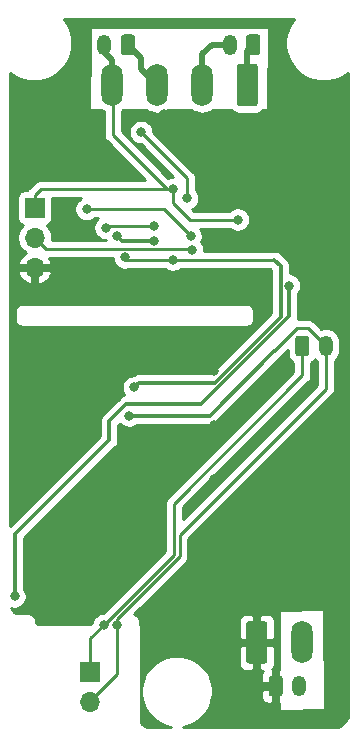
<source format=gbl>
G04 #@! TF.GenerationSoftware,KiCad,Pcbnew,5.1.9+dfsg1-1+deb11u1*
G04 #@! TF.CreationDate,2022-12-09T15:22:24+00:00*
G04 #@! TF.ProjectId,ModuleV450,4d6f6475-6c65-4563-9435-302e6b696361,rev?*
G04 #@! TF.SameCoordinates,Original*
G04 #@! TF.FileFunction,Copper,L2,Bot*
G04 #@! TF.FilePolarity,Positive*
%FSLAX46Y46*%
G04 Gerber Fmt 4.6, Leading zero omitted, Abs format (unit mm)*
G04 Created by KiCad (PCBNEW 5.1.9+dfsg1-1+deb11u1) date 2022-12-09 15:22:24*
%MOMM*%
%LPD*%
G01*
G04 APERTURE LIST*
G04 #@! TA.AperFunction,ComponentPad*
%ADD10O,1.700000X1.700000*%
G04 #@! TD*
G04 #@! TA.AperFunction,ComponentPad*
%ADD11R,1.700000X1.700000*%
G04 #@! TD*
G04 #@! TA.AperFunction,ComponentPad*
%ADD12O,1.800000X3.600000*%
G04 #@! TD*
G04 #@! TA.AperFunction,ComponentPad*
%ADD13O,1.200000X1.750000*%
G04 #@! TD*
G04 #@! TA.AperFunction,ViaPad*
%ADD14C,0.800000*%
G04 #@! TD*
G04 #@! TA.AperFunction,Conductor*
%ADD15C,0.500000*%
G04 #@! TD*
G04 #@! TA.AperFunction,Conductor*
%ADD16C,0.250000*%
G04 #@! TD*
G04 #@! TA.AperFunction,Conductor*
%ADD17C,0.300000*%
G04 #@! TD*
G04 #@! TA.AperFunction,Conductor*
%ADD18C,0.254000*%
G04 #@! TD*
G04 #@! TA.AperFunction,Conductor*
%ADD19C,0.100000*%
G04 #@! TD*
G04 APERTURE END LIST*
D10*
X104727600Y-69767600D03*
X104727600Y-67227600D03*
D11*
X104727600Y-64687600D03*
D12*
X111287600Y-54287600D03*
X115097600Y-54287600D03*
X118907600Y-54287600D03*
G04 #@! TA.AperFunction,ComponentPad*
G36*
G01*
X123617600Y-52737600D02*
X123617600Y-55837600D01*
G75*
G02*
X123367600Y-56087600I-250000J0D01*
G01*
X122067600Y-56087600D01*
G75*
G02*
X121817600Y-55837600I0J250000D01*
G01*
X121817600Y-52737600D01*
G75*
G02*
X122067600Y-52487600I250000J0D01*
G01*
X123367600Y-52487600D01*
G75*
G02*
X123617600Y-52737600I0J-250000D01*
G01*
G37*
G04 #@! TD.AperFunction*
X127327600Y-101487600D03*
G04 #@! TA.AperFunction,ComponentPad*
G36*
G01*
X122617600Y-103037600D02*
X122617600Y-99937600D01*
G75*
G02*
X122867600Y-99687600I250000J0D01*
G01*
X124167600Y-99687600D01*
G75*
G02*
X124417600Y-99937600I0J-250000D01*
G01*
X124417600Y-103037600D01*
G75*
G02*
X124167600Y-103287600I-250000J0D01*
G01*
X122867600Y-103287600D01*
G75*
G02*
X122617600Y-103037600I0J250000D01*
G01*
G37*
G04 #@! TD.AperFunction*
D10*
X109417600Y-106527600D03*
D11*
X109417600Y-103987600D03*
D13*
X121217600Y-50887600D03*
G04 #@! TA.AperFunction,ComponentPad*
G36*
G01*
X123817600Y-50262599D02*
X123817600Y-51512601D01*
G75*
G02*
X123567601Y-51762600I-249999J0D01*
G01*
X122867599Y-51762600D01*
G75*
G02*
X122617600Y-51512601I0J249999D01*
G01*
X122617600Y-50262599D01*
G75*
G02*
X122867599Y-50012600I249999J0D01*
G01*
X123567601Y-50012600D01*
G75*
G02*
X123817600Y-50262599I0J-249999D01*
G01*
G37*
G04 #@! TD.AperFunction*
X110617600Y-50887600D03*
G04 #@! TA.AperFunction,ComponentPad*
G36*
G01*
X113217600Y-50262599D02*
X113217600Y-51512601D01*
G75*
G02*
X112967601Y-51762600I-249999J0D01*
G01*
X112267599Y-51762600D01*
G75*
G02*
X112017600Y-51512601I0J249999D01*
G01*
X112017600Y-50262599D01*
G75*
G02*
X112267599Y-50012600I249999J0D01*
G01*
X112967601Y-50012600D01*
G75*
G02*
X113217600Y-50262599I0J-249999D01*
G01*
G37*
G04 #@! TD.AperFunction*
X127117600Y-105187600D03*
G04 #@! TA.AperFunction,ComponentPad*
G36*
G01*
X124517600Y-105812601D02*
X124517600Y-104562599D01*
G75*
G02*
X124767599Y-104312600I249999J0D01*
G01*
X125467601Y-104312600D01*
G75*
G02*
X125717600Y-104562599I0J-249999D01*
G01*
X125717600Y-105812601D01*
G75*
G02*
X125467601Y-106062600I-249999J0D01*
G01*
X124767599Y-106062600D01*
G75*
G02*
X124517600Y-105812601I0J249999D01*
G01*
G37*
G04 #@! TD.AperFunction*
X129367600Y-76387600D03*
G04 #@! TA.AperFunction,ComponentPad*
G36*
G01*
X126767600Y-77012601D02*
X126767600Y-75762599D01*
G75*
G02*
X127017599Y-75512600I249999J0D01*
G01*
X127717601Y-75512600D01*
G75*
G02*
X127967600Y-75762599I0J-249999D01*
G01*
X127967600Y-77012601D01*
G75*
G02*
X127717601Y-77262600I-249999J0D01*
G01*
X127017599Y-77262600D01*
G75*
G02*
X126767600Y-77012601I0J249999D01*
G01*
G37*
G04 #@! TD.AperFunction*
D14*
X107492600Y-56712600D03*
X116742600Y-101487600D03*
X115762600Y-101487600D03*
X123817600Y-73887600D03*
X129357600Y-72627600D03*
X126892600Y-87987600D03*
X125867600Y-87987600D03*
X127917600Y-87987600D03*
X108817600Y-92712600D03*
X109917600Y-92712600D03*
X111017600Y-92712600D03*
X114367600Y-92712600D03*
X112167600Y-92712600D03*
X113267600Y-92712600D03*
X114782600Y-101487600D03*
X115762600Y-100212600D03*
X116742600Y-100212600D03*
X114782600Y-100212600D03*
X107487600Y-57627600D03*
X105162600Y-62022600D03*
X129387600Y-73817600D03*
X112857600Y-70387600D03*
X124317600Y-72887600D03*
X125917600Y-67987600D03*
X121417600Y-72387600D03*
X103417600Y-72387600D03*
X104517600Y-72387600D03*
X110257600Y-58677600D03*
X109307600Y-58677600D03*
X106337600Y-62022600D03*
X115637600Y-56747600D03*
X117637600Y-56747600D03*
X127337600Y-64347600D03*
X129337600Y-64347600D03*
X108307600Y-98242600D03*
X109407600Y-98242600D03*
X110557600Y-98242600D03*
X106217600Y-76087600D03*
X106217600Y-77237600D03*
X106217600Y-78387600D03*
X106217600Y-79537600D03*
X106217600Y-80687600D03*
X106217600Y-81837600D03*
X106217600Y-82987600D03*
X106217600Y-84137600D03*
X106217600Y-85287600D03*
X106217600Y-86437600D03*
X106217600Y-87587600D03*
X119917600Y-78487600D03*
X119917600Y-76187600D03*
X119917600Y-77337600D03*
X119917600Y-84237600D03*
X119917600Y-83087600D03*
X119917600Y-87687600D03*
X112717600Y-86437600D03*
X112717600Y-85287600D03*
X112717600Y-87587600D03*
X112717600Y-75987600D03*
X112717600Y-78287600D03*
X112717600Y-77137600D03*
X124217600Y-79287600D03*
X124217600Y-80437600D03*
X124217600Y-83687600D03*
X114367600Y-90312600D03*
X113267600Y-90312600D03*
X108817600Y-90312600D03*
X111017600Y-90312600D03*
X112167600Y-90312600D03*
X109917600Y-90312600D03*
X129387600Y-70817600D03*
X129357600Y-69627600D03*
X107117600Y-65087600D03*
X121617600Y-62087600D03*
X126892600Y-86887600D03*
X125867600Y-86887600D03*
X127917600Y-86887600D03*
X121417600Y-59087600D03*
X121917600Y-65687600D03*
X116417600Y-63087600D03*
X112717600Y-82287600D03*
X111667458Y-100037742D03*
X113717592Y-58287600D03*
X117617600Y-63887600D03*
X103017600Y-97597600D03*
X126242599Y-71287600D03*
X114822600Y-66227600D03*
X110717598Y-66387600D03*
X114822600Y-67497600D03*
X111717600Y-67087600D03*
X110551837Y-100021837D03*
X118017600Y-68287600D03*
X113130114Y-79887600D03*
X116417598Y-69087600D03*
X112342590Y-68887600D03*
X109105100Y-64797600D03*
X117917600Y-67087600D03*
D15*
X110617600Y-51487600D02*
X110617600Y-50887600D01*
X111287600Y-54287600D02*
X111287600Y-52157600D01*
X111287600Y-52157600D02*
X110617600Y-51487600D01*
D16*
X117851917Y-65687600D02*
X121917600Y-65687600D01*
X116417602Y-64253285D02*
X117851917Y-65687600D01*
X116417602Y-63687600D02*
X116417602Y-64253285D01*
X116417602Y-63107589D02*
X116417602Y-63687600D01*
X105207611Y-63107589D02*
X116417602Y-63107589D01*
X104727600Y-63587600D02*
X105207611Y-63107589D01*
X104727600Y-64687600D02*
X104727600Y-63587600D01*
X116417602Y-63087602D02*
X116417602Y-63687600D01*
X115907600Y-63087600D02*
X116417600Y-63087600D01*
X111317600Y-58497600D02*
X115907600Y-63087600D01*
X111317600Y-54317600D02*
X111317600Y-58497600D01*
X116417600Y-63087600D02*
X116417602Y-63087602D01*
X111287600Y-54287600D02*
X111317600Y-54317600D01*
D15*
X113717600Y-52907600D02*
X115097600Y-54287600D01*
X112617600Y-50887600D02*
X113717600Y-51987600D01*
X113717600Y-51987600D02*
X113717600Y-52907600D01*
D17*
X119517600Y-82287600D02*
X112717600Y-82287600D01*
X125017600Y-76787600D02*
X119517600Y-82287600D01*
D16*
X127867600Y-74887600D02*
X129367600Y-76387600D01*
X126917600Y-74887600D02*
X127867600Y-74887600D01*
X125017600Y-76787600D02*
X126917600Y-74887600D01*
X109417600Y-106447600D02*
X109417600Y-106527600D01*
X116977600Y-94161773D02*
X111667458Y-99471915D01*
X116977600Y-92402600D02*
X116977600Y-94161773D01*
X111667458Y-104197742D02*
X109417600Y-106447600D01*
X129367600Y-76387600D02*
X129367600Y-80012600D01*
X111667458Y-99471915D02*
X111667458Y-100037742D01*
X129367600Y-80012600D02*
X116977600Y-92402600D01*
X111667458Y-100037742D02*
X111667458Y-104197742D01*
X117617600Y-62187608D02*
X117617600Y-63887600D01*
X113717592Y-58287600D02*
X117617600Y-62187608D01*
D17*
X126242599Y-73878266D02*
X126242599Y-71287600D01*
X103017600Y-92351596D02*
X111017600Y-84351596D01*
X118833267Y-81287598D02*
X126242599Y-73878266D01*
X112481598Y-81287598D02*
X118833267Y-81287598D01*
X111017600Y-84351596D02*
X111017600Y-82751596D01*
X111017600Y-82751596D02*
X112481598Y-81287598D01*
X103017600Y-97597600D02*
X103017600Y-92351596D01*
D16*
X114822600Y-66227600D02*
X110877598Y-66227600D01*
X110877598Y-66227600D02*
X110717598Y-66387600D01*
D17*
X112127600Y-67497600D02*
X111717600Y-67087600D01*
X114822600Y-67497600D02*
X112127600Y-67497600D01*
D16*
X116517589Y-89737611D02*
X127367600Y-78887600D01*
X109417600Y-103987600D02*
X109417600Y-101156073D01*
X109417600Y-101156073D02*
X110551837Y-100021837D01*
X116517589Y-94056084D02*
X116517589Y-89737611D01*
X127367600Y-78887600D02*
X127367600Y-76787600D01*
X110551837Y-100021837D02*
X116517589Y-94056084D01*
X105687600Y-68187600D02*
X117917600Y-68187600D01*
X104727600Y-67227600D02*
X105687600Y-68187600D01*
X117917600Y-68187600D02*
X118017600Y-68287600D01*
X116417598Y-69087600D02*
X112542590Y-69087600D01*
X112542590Y-69087600D02*
X112342590Y-68887600D01*
D17*
X125542589Y-73923601D02*
X125542589Y-69612589D01*
X125542589Y-69612589D02*
X125017600Y-69087600D01*
X113530113Y-79487601D02*
X119978589Y-79487601D01*
X113130114Y-79887600D02*
X113530113Y-79487601D01*
X119978589Y-79487601D02*
X125542589Y-73923601D01*
D16*
X125017600Y-69087600D02*
X116417598Y-69087600D01*
X109105100Y-64797600D02*
X115627600Y-64797600D01*
X115627600Y-64797600D02*
X117917600Y-67087600D01*
D15*
X118907600Y-51697600D02*
X118907600Y-54287600D01*
X119717600Y-50887600D02*
X118907600Y-51697600D01*
X121217600Y-50887600D02*
X119717600Y-50887600D01*
X122717600Y-51387600D02*
X123217600Y-50887600D01*
X122717600Y-54287600D02*
X122717600Y-51387600D01*
D18*
X126307870Y-49209042D02*
X126064612Y-49796319D01*
X125940600Y-50419768D01*
X125940600Y-51055432D01*
X126064612Y-51678881D01*
X126307870Y-52266158D01*
X126661025Y-52794693D01*
X127110507Y-53244175D01*
X127639042Y-53597330D01*
X128226319Y-53840588D01*
X128849768Y-53964600D01*
X129485432Y-53964600D01*
X130108881Y-53840588D01*
X130696158Y-53597330D01*
X131224693Y-53244175D01*
X131230994Y-53237874D01*
X131207616Y-107802710D01*
X131189214Y-107990384D01*
X131182317Y-108013228D01*
X130592568Y-108602928D01*
X130575767Y-108608129D01*
X130390508Y-108627600D01*
X117241744Y-108627600D01*
X117640543Y-108548274D01*
X118191422Y-108320092D01*
X118687200Y-107988824D01*
X119108824Y-107567200D01*
X119440092Y-107071422D01*
X119668274Y-106520543D01*
X119759364Y-106062600D01*
X123879528Y-106062600D01*
X123891788Y-106187082D01*
X123928098Y-106306780D01*
X123987063Y-106417094D01*
X124066415Y-106513785D01*
X124163106Y-106593137D01*
X124273420Y-106652102D01*
X124393118Y-106688412D01*
X124517600Y-106700672D01*
X124735850Y-106697600D01*
X124894600Y-106538850D01*
X124894600Y-105410600D01*
X124041350Y-105410600D01*
X123882600Y-105569350D01*
X123879528Y-106062600D01*
X119759364Y-106062600D01*
X119784600Y-105935733D01*
X119784600Y-105339467D01*
X119668274Y-104754657D01*
X119440092Y-104203778D01*
X119108824Y-103708000D01*
X118688424Y-103287600D01*
X121979528Y-103287600D01*
X121991788Y-103412082D01*
X122028098Y-103531780D01*
X122087063Y-103642094D01*
X122166415Y-103738785D01*
X122263106Y-103818137D01*
X122373420Y-103877102D01*
X122493118Y-103913412D01*
X122617600Y-103925672D01*
X123135850Y-103922600D01*
X123294600Y-103763850D01*
X123294600Y-101710600D01*
X123740600Y-101710600D01*
X123740600Y-103763850D01*
X123899350Y-103922600D01*
X124015636Y-103923289D01*
X123987063Y-103958106D01*
X123928098Y-104068420D01*
X123891788Y-104188118D01*
X123879528Y-104312600D01*
X123882600Y-104805850D01*
X124041350Y-104964600D01*
X124894600Y-104964600D01*
X124894600Y-103836350D01*
X125340600Y-103836350D01*
X125340600Y-104964600D01*
X125360600Y-104964600D01*
X125360600Y-105410600D01*
X125340600Y-105410600D01*
X125340600Y-106538850D01*
X125402271Y-106600521D01*
X125403989Y-107132241D01*
X125406742Y-107158135D01*
X125414261Y-107181869D01*
X125426266Y-107203680D01*
X125442295Y-107222729D01*
X125461732Y-107238286D01*
X125483831Y-107249752D01*
X125507743Y-107256686D01*
X125532547Y-107258821D01*
X129134913Y-107214590D01*
X129158563Y-107212073D01*
X129182362Y-107204763D01*
X129204278Y-107192951D01*
X129223468Y-107177090D01*
X129239195Y-107157790D01*
X129250855Y-107135793D01*
X129257999Y-107111943D01*
X129260353Y-107087158D01*
X129231628Y-98825040D01*
X129229064Y-98800087D01*
X129221719Y-98776299D01*
X129209874Y-98754401D01*
X129193984Y-98735234D01*
X129174661Y-98719536D01*
X129152646Y-98707909D01*
X129128786Y-98700801D01*
X129103998Y-98698484D01*
X125503581Y-98716371D01*
X125479033Y-98718890D01*
X125455232Y-98726194D01*
X125433314Y-98738001D01*
X125414120Y-98753857D01*
X125398388Y-98773153D01*
X125386723Y-98795148D01*
X125379573Y-98818995D01*
X125377213Y-98843779D01*
X125393172Y-103783778D01*
X125340600Y-103836350D01*
X124894600Y-103836350D01*
X124829377Y-103771127D01*
X124868785Y-103738785D01*
X124948137Y-103642094D01*
X125007102Y-103531780D01*
X125043412Y-103412082D01*
X125055672Y-103287600D01*
X125052600Y-101869350D01*
X124893850Y-101710600D01*
X123740600Y-101710600D01*
X123294600Y-101710600D01*
X122141350Y-101710600D01*
X121982600Y-101869350D01*
X121979528Y-103287600D01*
X118688424Y-103287600D01*
X118687200Y-103286376D01*
X118191422Y-102955108D01*
X117640543Y-102726926D01*
X117055733Y-102610600D01*
X116459467Y-102610600D01*
X115874657Y-102726926D01*
X115323778Y-102955108D01*
X114828000Y-103286376D01*
X114406376Y-103708000D01*
X114075108Y-104203778D01*
X113846926Y-104754657D01*
X113730600Y-105339467D01*
X113730600Y-105935733D01*
X113846926Y-106520543D01*
X114075108Y-107071422D01*
X114406376Y-107567200D01*
X114828000Y-107988824D01*
X115323778Y-108320092D01*
X115874657Y-108548274D01*
X116273456Y-108627600D01*
X114412329Y-108627600D01*
X114224816Y-108609214D01*
X114077852Y-108564843D01*
X113942303Y-108492771D01*
X113823342Y-108395748D01*
X113725482Y-108277456D01*
X113674600Y-108183352D01*
X113674600Y-100031246D01*
X113672160Y-100006470D01*
X113664933Y-99982645D01*
X113653197Y-99960689D01*
X113637403Y-99941443D01*
X113618157Y-99925649D01*
X113602268Y-99917156D01*
X113602535Y-99773137D01*
X113606035Y-99737600D01*
X113601111Y-99687600D01*
X121979528Y-99687600D01*
X121982600Y-101105850D01*
X122141350Y-101264600D01*
X123294600Y-101264600D01*
X123294600Y-99211350D01*
X123740600Y-99211350D01*
X123740600Y-101264600D01*
X124893850Y-101264600D01*
X125052600Y-101105850D01*
X125055672Y-99687600D01*
X125043412Y-99563118D01*
X125007102Y-99443420D01*
X124948137Y-99333106D01*
X124868785Y-99236415D01*
X124772094Y-99157063D01*
X124661780Y-99098098D01*
X124542082Y-99061788D01*
X124417600Y-99049528D01*
X123899350Y-99052600D01*
X123740600Y-99211350D01*
X123294600Y-99211350D01*
X123135850Y-99052600D01*
X122617600Y-99049528D01*
X122493118Y-99061788D01*
X122373420Y-99098098D01*
X122263106Y-99157063D01*
X122166415Y-99236415D01*
X122087063Y-99333106D01*
X122028098Y-99443420D01*
X121991788Y-99563118D01*
X121979528Y-99687600D01*
X113601111Y-99687600D01*
X113599222Y-99668422D01*
X113592583Y-99599712D01*
X113592392Y-99599079D01*
X113592327Y-99598416D01*
X113572053Y-99531581D01*
X113552232Y-99465801D01*
X113551921Y-99465217D01*
X113551728Y-99464580D01*
X113518866Y-99403100D01*
X113486532Y-99342337D01*
X113486116Y-99341828D01*
X113485800Y-99341237D01*
X113441602Y-99287381D01*
X113398008Y-99234060D01*
X113397497Y-99233639D01*
X113397075Y-99233125D01*
X113343385Y-99189062D01*
X113290060Y-99145135D01*
X113289478Y-99144822D01*
X113288963Y-99144400D01*
X113227707Y-99111658D01*
X113166840Y-99078979D01*
X113166207Y-99078786D01*
X113165620Y-99078472D01*
X113142665Y-99071509D01*
X117488603Y-94725572D01*
X117517601Y-94701774D01*
X117612574Y-94586049D01*
X117683146Y-94454020D01*
X117726603Y-94310759D01*
X117737600Y-94199106D01*
X117737600Y-94199096D01*
X117741276Y-94161773D01*
X117737600Y-94124450D01*
X117737600Y-92717401D01*
X129878603Y-80576399D01*
X129907601Y-80552601D01*
X129939316Y-80513956D01*
X130002574Y-80436877D01*
X130073146Y-80304847D01*
X130081776Y-80276398D01*
X130116603Y-80161586D01*
X130127600Y-80049933D01*
X130127600Y-80049924D01*
X130131276Y-80012601D01*
X130127600Y-79975278D01*
X130127600Y-77636533D01*
X130245102Y-77540102D01*
X130399433Y-77352049D01*
X130514111Y-77137500D01*
X130584730Y-76904701D01*
X130602600Y-76723264D01*
X130602600Y-76051935D01*
X130584730Y-75870498D01*
X130514111Y-75637699D01*
X130399433Y-75423151D01*
X130245102Y-75235098D01*
X130057048Y-75080767D01*
X129842500Y-74966089D01*
X129609701Y-74895470D01*
X129367600Y-74871625D01*
X129125498Y-74895470D01*
X128991054Y-74936253D01*
X128431404Y-74376603D01*
X128407601Y-74347599D01*
X128291876Y-74252626D01*
X128159847Y-74182054D01*
X128016586Y-74138597D01*
X127904933Y-74127600D01*
X127904922Y-74127600D01*
X127867600Y-74123924D01*
X127830278Y-74127600D01*
X126987287Y-74127600D01*
X127016241Y-74032153D01*
X127024005Y-73953317D01*
X127027599Y-73916827D01*
X127027599Y-73916822D01*
X127031396Y-73878266D01*
X127027599Y-73839710D01*
X127027599Y-71966311D01*
X127046536Y-71947374D01*
X127159804Y-71777856D01*
X127237825Y-71589498D01*
X127277599Y-71389539D01*
X127277599Y-71185661D01*
X127237825Y-70985702D01*
X127159804Y-70797344D01*
X127046536Y-70627826D01*
X126902373Y-70483663D01*
X126732855Y-70370395D01*
X126544497Y-70292374D01*
X126344538Y-70252600D01*
X126327589Y-70252600D01*
X126327589Y-69651145D01*
X126331386Y-69612589D01*
X126327589Y-69574033D01*
X126327589Y-69574028D01*
X126322842Y-69525832D01*
X126316231Y-69458702D01*
X126271343Y-69310729D01*
X126198451Y-69174356D01*
X126100353Y-69054825D01*
X126070394Y-69030238D01*
X125545412Y-68505255D01*
X125455832Y-68431739D01*
X125319459Y-68358846D01*
X125171486Y-68313959D01*
X125017600Y-68298803D01*
X124863714Y-68313959D01*
X124818746Y-68327600D01*
X119052600Y-68327600D01*
X119052600Y-68185661D01*
X119012826Y-67985702D01*
X118934805Y-67797344D01*
X118821537Y-67627826D01*
X118809475Y-67615764D01*
X118834805Y-67577856D01*
X118912826Y-67389498D01*
X118952600Y-67189539D01*
X118952600Y-66985661D01*
X118912826Y-66785702D01*
X118834805Y-66597344D01*
X118734750Y-66447600D01*
X121213889Y-66447600D01*
X121257826Y-66491537D01*
X121427344Y-66604805D01*
X121615702Y-66682826D01*
X121815661Y-66722600D01*
X122019539Y-66722600D01*
X122219498Y-66682826D01*
X122407856Y-66604805D01*
X122577374Y-66491537D01*
X122721537Y-66347374D01*
X122834805Y-66177856D01*
X122912826Y-65989498D01*
X122952600Y-65789539D01*
X122952600Y-65585661D01*
X122912826Y-65385702D01*
X122834805Y-65197344D01*
X122721537Y-65027826D01*
X122577374Y-64883663D01*
X122407856Y-64770395D01*
X122219498Y-64692374D01*
X122019539Y-64652600D01*
X121815661Y-64652600D01*
X121615702Y-64692374D01*
X121427344Y-64770395D01*
X121257826Y-64883663D01*
X121213889Y-64927600D01*
X118166719Y-64927600D01*
X118062649Y-64823530D01*
X118107856Y-64804805D01*
X118277374Y-64691537D01*
X118421537Y-64547374D01*
X118534805Y-64377856D01*
X118612826Y-64189498D01*
X118652600Y-63989539D01*
X118652600Y-63785661D01*
X118612826Y-63585702D01*
X118534805Y-63397344D01*
X118421537Y-63227826D01*
X118377600Y-63183889D01*
X118377600Y-62224930D01*
X118381276Y-62187607D01*
X118377600Y-62150284D01*
X118377600Y-62150275D01*
X118366603Y-62038622D01*
X118323146Y-61895361D01*
X118252574Y-61763332D01*
X118157601Y-61647607D01*
X118128604Y-61623810D01*
X114752592Y-58247799D01*
X114752592Y-58185661D01*
X114712818Y-57985702D01*
X114634797Y-57797344D01*
X114521529Y-57627826D01*
X114377366Y-57483663D01*
X114207848Y-57370395D01*
X114019490Y-57292374D01*
X113819531Y-57252600D01*
X113615653Y-57252600D01*
X113415694Y-57292374D01*
X113227336Y-57370395D01*
X113057818Y-57483663D01*
X112913655Y-57627826D01*
X112800387Y-57797344D01*
X112722366Y-57985702D01*
X112682592Y-58185661D01*
X112682592Y-58389539D01*
X112722366Y-58589498D01*
X112800387Y-58777856D01*
X112913655Y-58947374D01*
X113057818Y-59091537D01*
X113227336Y-59204805D01*
X113415694Y-59282826D01*
X113615653Y-59322600D01*
X113677791Y-59322600D01*
X116407790Y-62052600D01*
X116315661Y-62052600D01*
X116115702Y-62092374D01*
X116024821Y-62130019D01*
X112077600Y-58182799D01*
X112077600Y-56505854D01*
X112144526Y-56470081D01*
X112206080Y-56419565D01*
X114176589Y-56417489D01*
X114240673Y-56470081D01*
X114507339Y-56612617D01*
X114796687Y-56700390D01*
X115097600Y-56730027D01*
X115398512Y-56700390D01*
X115687860Y-56612617D01*
X115954526Y-56470081D01*
X116020979Y-56415545D01*
X117981703Y-56413479D01*
X118050673Y-56470081D01*
X118317339Y-56612617D01*
X118606687Y-56700390D01*
X118907600Y-56730027D01*
X119208512Y-56700390D01*
X119497860Y-56612617D01*
X119764526Y-56470081D01*
X119835878Y-56411525D01*
X121393943Y-56409883D01*
X121439638Y-56465562D01*
X121574214Y-56576005D01*
X121727750Y-56658072D01*
X121894346Y-56708608D01*
X122067600Y-56725672D01*
X123367600Y-56725672D01*
X123540854Y-56708608D01*
X123707450Y-56658072D01*
X123860986Y-56576005D01*
X123995562Y-56465562D01*
X124043548Y-56407090D01*
X124382733Y-56406733D01*
X124406068Y-56404546D01*
X124429966Y-56397569D01*
X124452045Y-56386064D01*
X124471455Y-56370473D01*
X124487450Y-56351394D01*
X124499415Y-56329562D01*
X124506892Y-56305815D01*
X124509592Y-56281065D01*
X124580863Y-49486799D01*
X124578423Y-49460655D01*
X124571189Y-49436833D01*
X124559446Y-49414879D01*
X124543647Y-49395639D01*
X124524397Y-49379850D01*
X124502437Y-49368120D01*
X124478611Y-49360900D01*
X124453834Y-49358467D01*
X109523857Y-49362734D01*
X109500423Y-49364922D01*
X109476524Y-49371899D01*
X109454446Y-49383404D01*
X109435036Y-49398996D01*
X109419041Y-49418074D01*
X109407076Y-49439907D01*
X109399600Y-49463654D01*
X109396900Y-49488404D01*
X109386135Y-50516042D01*
X109382600Y-50551935D01*
X109382600Y-50853522D01*
X109325608Y-56294137D01*
X109328067Y-56320375D01*
X109335320Y-56344191D01*
X109347079Y-56366136D01*
X109362893Y-56385364D01*
X109382155Y-56401138D01*
X109404124Y-56412851D01*
X109427956Y-56420053D01*
X109452735Y-56422467D01*
X110371475Y-56421499D01*
X110430673Y-56470081D01*
X110557601Y-56537925D01*
X110557601Y-58460268D01*
X110553924Y-58497600D01*
X110568598Y-58646585D01*
X110612054Y-58789846D01*
X110682626Y-58921876D01*
X110753801Y-59008602D01*
X110777600Y-59037601D01*
X110806598Y-59061399D01*
X114092787Y-62347589D01*
X105244933Y-62347589D01*
X105207610Y-62343913D01*
X105170287Y-62347589D01*
X105170278Y-62347589D01*
X105058625Y-62358586D01*
X104915364Y-62402043D01*
X104783334Y-62472615D01*
X104740757Y-62507558D01*
X104667610Y-62567588D01*
X104643807Y-62596592D01*
X104216598Y-63023801D01*
X104187600Y-63047599D01*
X104163802Y-63076597D01*
X104163801Y-63076598D01*
X104092626Y-63163324D01*
X104073274Y-63199528D01*
X103877600Y-63199528D01*
X103753118Y-63211788D01*
X103633420Y-63248098D01*
X103523106Y-63307063D01*
X103426415Y-63386415D01*
X103347063Y-63483106D01*
X103288098Y-63593420D01*
X103251788Y-63713118D01*
X103239528Y-63837600D01*
X103239528Y-65537600D01*
X103251788Y-65662082D01*
X103288098Y-65781780D01*
X103347063Y-65892094D01*
X103426415Y-65988785D01*
X103523106Y-66068137D01*
X103633420Y-66127102D01*
X103705980Y-66149113D01*
X103574125Y-66280968D01*
X103411610Y-66524189D01*
X103299668Y-66794442D01*
X103242600Y-67081340D01*
X103242600Y-67373860D01*
X103299668Y-67660758D01*
X103411610Y-67931011D01*
X103574125Y-68174232D01*
X103780968Y-68381075D01*
X103960880Y-68501288D01*
X103770345Y-68632297D01*
X103567252Y-68840863D01*
X103408750Y-69085043D01*
X103312399Y-69317675D01*
X103420232Y-69544600D01*
X104504600Y-69544600D01*
X104504600Y-69524600D01*
X104950600Y-69524600D01*
X104950600Y-69544600D01*
X106034968Y-69544600D01*
X106142801Y-69317675D01*
X106046450Y-69085043D01*
X105957233Y-68947600D01*
X111307590Y-68947600D01*
X111307590Y-68989539D01*
X111347364Y-69189498D01*
X111425385Y-69377856D01*
X111538653Y-69547374D01*
X111682816Y-69691537D01*
X111852334Y-69804805D01*
X112040692Y-69882826D01*
X112240651Y-69922600D01*
X112444529Y-69922600D01*
X112644488Y-69882826D01*
X112729530Y-69847600D01*
X115713887Y-69847600D01*
X115757824Y-69891537D01*
X115927342Y-70004805D01*
X116115700Y-70082826D01*
X116315659Y-70122600D01*
X116519537Y-70122600D01*
X116719496Y-70082826D01*
X116907854Y-70004805D01*
X117077372Y-69891537D01*
X117121309Y-69847600D01*
X124667443Y-69847600D01*
X124757590Y-69937746D01*
X124757589Y-73598443D01*
X119653432Y-78702601D01*
X113568665Y-78702601D01*
X113530112Y-78698804D01*
X113491559Y-78702601D01*
X113491552Y-78702601D01*
X113376226Y-78713960D01*
X113228253Y-78758847D01*
X113091880Y-78831739D01*
X113066461Y-78852600D01*
X113028175Y-78852600D01*
X112828216Y-78892374D01*
X112639858Y-78970395D01*
X112470340Y-79083663D01*
X112326177Y-79227826D01*
X112212909Y-79397344D01*
X112134888Y-79585702D01*
X112095114Y-79785661D01*
X112095114Y-79989539D01*
X112134888Y-80189498D01*
X112212909Y-80377856D01*
X112307870Y-80519975D01*
X112200318Y-80552601D01*
X112179738Y-80558844D01*
X112043365Y-80631736D01*
X111923834Y-80729834D01*
X111899253Y-80759786D01*
X110489785Y-82169254D01*
X110459837Y-82193832D01*
X110435259Y-82223780D01*
X110435255Y-82223784D01*
X110402290Y-82263952D01*
X110361739Y-82313363D01*
X110322777Y-82386256D01*
X110288846Y-82449737D01*
X110243959Y-82597710D01*
X110228803Y-82751596D01*
X110232601Y-82790158D01*
X110232600Y-84026438D01*
X102627600Y-91631439D01*
X102627600Y-73487600D01*
X103029286Y-73487600D01*
X103032600Y-73521247D01*
X103032600Y-74053953D01*
X103029286Y-74087600D01*
X103042512Y-74221883D01*
X103081681Y-74351006D01*
X103145288Y-74470007D01*
X103230889Y-74574311D01*
X103270745Y-74607020D01*
X103335193Y-74659912D01*
X103454194Y-74723519D01*
X103583317Y-74762688D01*
X103717600Y-74775914D01*
X103751247Y-74772600D01*
X122595402Y-74772600D01*
X122640531Y-74775531D01*
X122696076Y-74768185D01*
X122751883Y-74762688D01*
X122762897Y-74759347D01*
X122774298Y-74757839D01*
X122827343Y-74739798D01*
X122881006Y-74723519D01*
X122891157Y-74718093D01*
X122902045Y-74714390D01*
X122950553Y-74686345D01*
X123000007Y-74659912D01*
X123008903Y-74652611D01*
X123018861Y-74646854D01*
X123060966Y-74609884D01*
X123104311Y-74574311D01*
X123111614Y-74565412D01*
X123120255Y-74557825D01*
X123154336Y-74513357D01*
X123189912Y-74470007D01*
X123195337Y-74459858D01*
X123202334Y-74450728D01*
X123227092Y-74400447D01*
X123253519Y-74351006D01*
X123256859Y-74339994D01*
X123261941Y-74329674D01*
X123276411Y-74275542D01*
X123292688Y-74221883D01*
X123293816Y-74210426D01*
X123296786Y-74199317D01*
X123300417Y-74143409D01*
X123305914Y-74087600D01*
X123301479Y-74042569D01*
X123283722Y-73509859D01*
X123285914Y-73487600D01*
X123281478Y-73442566D01*
X123281098Y-73431152D01*
X123278185Y-73409125D01*
X123272688Y-73353317D01*
X123269347Y-73342303D01*
X123267839Y-73330902D01*
X123249798Y-73277857D01*
X123233519Y-73224194D01*
X123228093Y-73214043D01*
X123224390Y-73203155D01*
X123196345Y-73154647D01*
X123169912Y-73105193D01*
X123162611Y-73096297D01*
X123156854Y-73086339D01*
X123119878Y-73044227D01*
X123084311Y-73000889D01*
X123075415Y-72993588D01*
X123067826Y-72984945D01*
X123023348Y-72950858D01*
X122980007Y-72915288D01*
X122969859Y-72909864D01*
X122960728Y-72902866D01*
X122910447Y-72878108D01*
X122861006Y-72851681D01*
X122849994Y-72848341D01*
X122839674Y-72843259D01*
X122785539Y-72828788D01*
X122731883Y-72812512D01*
X122720428Y-72811384D01*
X122709318Y-72808414D01*
X122653411Y-72804783D01*
X122631247Y-72802600D01*
X122619798Y-72802600D01*
X122574669Y-72799669D01*
X122552508Y-72802600D01*
X103751247Y-72802600D01*
X103717600Y-72799286D01*
X103683953Y-72802600D01*
X103583317Y-72812512D01*
X103454194Y-72851681D01*
X103335193Y-72915288D01*
X103230889Y-73000889D01*
X103145288Y-73105193D01*
X103081681Y-73224194D01*
X103042512Y-73353317D01*
X103029286Y-73487600D01*
X102627600Y-73487600D01*
X102627600Y-70217525D01*
X103312399Y-70217525D01*
X103408750Y-70450157D01*
X103567252Y-70694337D01*
X103770345Y-70902903D01*
X104010225Y-71067840D01*
X104277673Y-71182809D01*
X104504600Y-71077019D01*
X104504600Y-69990600D01*
X104950600Y-69990600D01*
X104950600Y-71077019D01*
X105177527Y-71182809D01*
X105444975Y-71067840D01*
X105684855Y-70902903D01*
X105887948Y-70694337D01*
X106046450Y-70450157D01*
X106142801Y-70217525D01*
X106034968Y-69990600D01*
X104950600Y-69990600D01*
X104504600Y-69990600D01*
X103420232Y-69990600D01*
X103312399Y-70217525D01*
X102627600Y-70217525D01*
X102627600Y-53255596D01*
X103139042Y-53597330D01*
X103726319Y-53840588D01*
X104349768Y-53964600D01*
X104985432Y-53964600D01*
X105608881Y-53840588D01*
X106196158Y-53597330D01*
X106724693Y-53244175D01*
X107174175Y-52794693D01*
X107527330Y-52266158D01*
X107770588Y-51678881D01*
X107894600Y-51055432D01*
X107894600Y-50419768D01*
X107770588Y-49796319D01*
X107527330Y-49209042D01*
X107185596Y-48697600D01*
X126649604Y-48697600D01*
X126307870Y-49209042D01*
G04 #@! TA.AperFunction,Conductor*
D19*
G36*
X126307870Y-49209042D02*
G01*
X126064612Y-49796319D01*
X125940600Y-50419768D01*
X125940600Y-51055432D01*
X126064612Y-51678881D01*
X126307870Y-52266158D01*
X126661025Y-52794693D01*
X127110507Y-53244175D01*
X127639042Y-53597330D01*
X128226319Y-53840588D01*
X128849768Y-53964600D01*
X129485432Y-53964600D01*
X130108881Y-53840588D01*
X130696158Y-53597330D01*
X131224693Y-53244175D01*
X131230994Y-53237874D01*
X131207616Y-107802710D01*
X131189214Y-107990384D01*
X131182317Y-108013228D01*
X130592568Y-108602928D01*
X130575767Y-108608129D01*
X130390508Y-108627600D01*
X117241744Y-108627600D01*
X117640543Y-108548274D01*
X118191422Y-108320092D01*
X118687200Y-107988824D01*
X119108824Y-107567200D01*
X119440092Y-107071422D01*
X119668274Y-106520543D01*
X119759364Y-106062600D01*
X123879528Y-106062600D01*
X123891788Y-106187082D01*
X123928098Y-106306780D01*
X123987063Y-106417094D01*
X124066415Y-106513785D01*
X124163106Y-106593137D01*
X124273420Y-106652102D01*
X124393118Y-106688412D01*
X124517600Y-106700672D01*
X124735850Y-106697600D01*
X124894600Y-106538850D01*
X124894600Y-105410600D01*
X124041350Y-105410600D01*
X123882600Y-105569350D01*
X123879528Y-106062600D01*
X119759364Y-106062600D01*
X119784600Y-105935733D01*
X119784600Y-105339467D01*
X119668274Y-104754657D01*
X119440092Y-104203778D01*
X119108824Y-103708000D01*
X118688424Y-103287600D01*
X121979528Y-103287600D01*
X121991788Y-103412082D01*
X122028098Y-103531780D01*
X122087063Y-103642094D01*
X122166415Y-103738785D01*
X122263106Y-103818137D01*
X122373420Y-103877102D01*
X122493118Y-103913412D01*
X122617600Y-103925672D01*
X123135850Y-103922600D01*
X123294600Y-103763850D01*
X123294600Y-101710600D01*
X123740600Y-101710600D01*
X123740600Y-103763850D01*
X123899350Y-103922600D01*
X124015636Y-103923289D01*
X123987063Y-103958106D01*
X123928098Y-104068420D01*
X123891788Y-104188118D01*
X123879528Y-104312600D01*
X123882600Y-104805850D01*
X124041350Y-104964600D01*
X124894600Y-104964600D01*
X124894600Y-103836350D01*
X125340600Y-103836350D01*
X125340600Y-104964600D01*
X125360600Y-104964600D01*
X125360600Y-105410600D01*
X125340600Y-105410600D01*
X125340600Y-106538850D01*
X125402271Y-106600521D01*
X125403989Y-107132241D01*
X125406742Y-107158135D01*
X125414261Y-107181869D01*
X125426266Y-107203680D01*
X125442295Y-107222729D01*
X125461732Y-107238286D01*
X125483831Y-107249752D01*
X125507743Y-107256686D01*
X125532547Y-107258821D01*
X129134913Y-107214590D01*
X129158563Y-107212073D01*
X129182362Y-107204763D01*
X129204278Y-107192951D01*
X129223468Y-107177090D01*
X129239195Y-107157790D01*
X129250855Y-107135793D01*
X129257999Y-107111943D01*
X129260353Y-107087158D01*
X129231628Y-98825040D01*
X129229064Y-98800087D01*
X129221719Y-98776299D01*
X129209874Y-98754401D01*
X129193984Y-98735234D01*
X129174661Y-98719536D01*
X129152646Y-98707909D01*
X129128786Y-98700801D01*
X129103998Y-98698484D01*
X125503581Y-98716371D01*
X125479033Y-98718890D01*
X125455232Y-98726194D01*
X125433314Y-98738001D01*
X125414120Y-98753857D01*
X125398388Y-98773153D01*
X125386723Y-98795148D01*
X125379573Y-98818995D01*
X125377213Y-98843779D01*
X125393172Y-103783778D01*
X125340600Y-103836350D01*
X124894600Y-103836350D01*
X124829377Y-103771127D01*
X124868785Y-103738785D01*
X124948137Y-103642094D01*
X125007102Y-103531780D01*
X125043412Y-103412082D01*
X125055672Y-103287600D01*
X125052600Y-101869350D01*
X124893850Y-101710600D01*
X123740600Y-101710600D01*
X123294600Y-101710600D01*
X122141350Y-101710600D01*
X121982600Y-101869350D01*
X121979528Y-103287600D01*
X118688424Y-103287600D01*
X118687200Y-103286376D01*
X118191422Y-102955108D01*
X117640543Y-102726926D01*
X117055733Y-102610600D01*
X116459467Y-102610600D01*
X115874657Y-102726926D01*
X115323778Y-102955108D01*
X114828000Y-103286376D01*
X114406376Y-103708000D01*
X114075108Y-104203778D01*
X113846926Y-104754657D01*
X113730600Y-105339467D01*
X113730600Y-105935733D01*
X113846926Y-106520543D01*
X114075108Y-107071422D01*
X114406376Y-107567200D01*
X114828000Y-107988824D01*
X115323778Y-108320092D01*
X115874657Y-108548274D01*
X116273456Y-108627600D01*
X114412329Y-108627600D01*
X114224816Y-108609214D01*
X114077852Y-108564843D01*
X113942303Y-108492771D01*
X113823342Y-108395748D01*
X113725482Y-108277456D01*
X113674600Y-108183352D01*
X113674600Y-100031246D01*
X113672160Y-100006470D01*
X113664933Y-99982645D01*
X113653197Y-99960689D01*
X113637403Y-99941443D01*
X113618157Y-99925649D01*
X113602268Y-99917156D01*
X113602535Y-99773137D01*
X113606035Y-99737600D01*
X113601111Y-99687600D01*
X121979528Y-99687600D01*
X121982600Y-101105850D01*
X122141350Y-101264600D01*
X123294600Y-101264600D01*
X123294600Y-99211350D01*
X123740600Y-99211350D01*
X123740600Y-101264600D01*
X124893850Y-101264600D01*
X125052600Y-101105850D01*
X125055672Y-99687600D01*
X125043412Y-99563118D01*
X125007102Y-99443420D01*
X124948137Y-99333106D01*
X124868785Y-99236415D01*
X124772094Y-99157063D01*
X124661780Y-99098098D01*
X124542082Y-99061788D01*
X124417600Y-99049528D01*
X123899350Y-99052600D01*
X123740600Y-99211350D01*
X123294600Y-99211350D01*
X123135850Y-99052600D01*
X122617600Y-99049528D01*
X122493118Y-99061788D01*
X122373420Y-99098098D01*
X122263106Y-99157063D01*
X122166415Y-99236415D01*
X122087063Y-99333106D01*
X122028098Y-99443420D01*
X121991788Y-99563118D01*
X121979528Y-99687600D01*
X113601111Y-99687600D01*
X113599222Y-99668422D01*
X113592583Y-99599712D01*
X113592392Y-99599079D01*
X113592327Y-99598416D01*
X113572053Y-99531581D01*
X113552232Y-99465801D01*
X113551921Y-99465217D01*
X113551728Y-99464580D01*
X113518866Y-99403100D01*
X113486532Y-99342337D01*
X113486116Y-99341828D01*
X113485800Y-99341237D01*
X113441602Y-99287381D01*
X113398008Y-99234060D01*
X113397497Y-99233639D01*
X113397075Y-99233125D01*
X113343385Y-99189062D01*
X113290060Y-99145135D01*
X113289478Y-99144822D01*
X113288963Y-99144400D01*
X113227707Y-99111658D01*
X113166840Y-99078979D01*
X113166207Y-99078786D01*
X113165620Y-99078472D01*
X113142665Y-99071509D01*
X117488603Y-94725572D01*
X117517601Y-94701774D01*
X117612574Y-94586049D01*
X117683146Y-94454020D01*
X117726603Y-94310759D01*
X117737600Y-94199106D01*
X117737600Y-94199096D01*
X117741276Y-94161773D01*
X117737600Y-94124450D01*
X117737600Y-92717401D01*
X129878603Y-80576399D01*
X129907601Y-80552601D01*
X129939316Y-80513956D01*
X130002574Y-80436877D01*
X130073146Y-80304847D01*
X130081776Y-80276398D01*
X130116603Y-80161586D01*
X130127600Y-80049933D01*
X130127600Y-80049924D01*
X130131276Y-80012601D01*
X130127600Y-79975278D01*
X130127600Y-77636533D01*
X130245102Y-77540102D01*
X130399433Y-77352049D01*
X130514111Y-77137500D01*
X130584730Y-76904701D01*
X130602600Y-76723264D01*
X130602600Y-76051935D01*
X130584730Y-75870498D01*
X130514111Y-75637699D01*
X130399433Y-75423151D01*
X130245102Y-75235098D01*
X130057048Y-75080767D01*
X129842500Y-74966089D01*
X129609701Y-74895470D01*
X129367600Y-74871625D01*
X129125498Y-74895470D01*
X128991054Y-74936253D01*
X128431404Y-74376603D01*
X128407601Y-74347599D01*
X128291876Y-74252626D01*
X128159847Y-74182054D01*
X128016586Y-74138597D01*
X127904933Y-74127600D01*
X127904922Y-74127600D01*
X127867600Y-74123924D01*
X127830278Y-74127600D01*
X126987287Y-74127600D01*
X127016241Y-74032153D01*
X127024005Y-73953317D01*
X127027599Y-73916827D01*
X127027599Y-73916822D01*
X127031396Y-73878266D01*
X127027599Y-73839710D01*
X127027599Y-71966311D01*
X127046536Y-71947374D01*
X127159804Y-71777856D01*
X127237825Y-71589498D01*
X127277599Y-71389539D01*
X127277599Y-71185661D01*
X127237825Y-70985702D01*
X127159804Y-70797344D01*
X127046536Y-70627826D01*
X126902373Y-70483663D01*
X126732855Y-70370395D01*
X126544497Y-70292374D01*
X126344538Y-70252600D01*
X126327589Y-70252600D01*
X126327589Y-69651145D01*
X126331386Y-69612589D01*
X126327589Y-69574033D01*
X126327589Y-69574028D01*
X126322842Y-69525832D01*
X126316231Y-69458702D01*
X126271343Y-69310729D01*
X126198451Y-69174356D01*
X126100353Y-69054825D01*
X126070394Y-69030238D01*
X125545412Y-68505255D01*
X125455832Y-68431739D01*
X125319459Y-68358846D01*
X125171486Y-68313959D01*
X125017600Y-68298803D01*
X124863714Y-68313959D01*
X124818746Y-68327600D01*
X119052600Y-68327600D01*
X119052600Y-68185661D01*
X119012826Y-67985702D01*
X118934805Y-67797344D01*
X118821537Y-67627826D01*
X118809475Y-67615764D01*
X118834805Y-67577856D01*
X118912826Y-67389498D01*
X118952600Y-67189539D01*
X118952600Y-66985661D01*
X118912826Y-66785702D01*
X118834805Y-66597344D01*
X118734750Y-66447600D01*
X121213889Y-66447600D01*
X121257826Y-66491537D01*
X121427344Y-66604805D01*
X121615702Y-66682826D01*
X121815661Y-66722600D01*
X122019539Y-66722600D01*
X122219498Y-66682826D01*
X122407856Y-66604805D01*
X122577374Y-66491537D01*
X122721537Y-66347374D01*
X122834805Y-66177856D01*
X122912826Y-65989498D01*
X122952600Y-65789539D01*
X122952600Y-65585661D01*
X122912826Y-65385702D01*
X122834805Y-65197344D01*
X122721537Y-65027826D01*
X122577374Y-64883663D01*
X122407856Y-64770395D01*
X122219498Y-64692374D01*
X122019539Y-64652600D01*
X121815661Y-64652600D01*
X121615702Y-64692374D01*
X121427344Y-64770395D01*
X121257826Y-64883663D01*
X121213889Y-64927600D01*
X118166719Y-64927600D01*
X118062649Y-64823530D01*
X118107856Y-64804805D01*
X118277374Y-64691537D01*
X118421537Y-64547374D01*
X118534805Y-64377856D01*
X118612826Y-64189498D01*
X118652600Y-63989539D01*
X118652600Y-63785661D01*
X118612826Y-63585702D01*
X118534805Y-63397344D01*
X118421537Y-63227826D01*
X118377600Y-63183889D01*
X118377600Y-62224930D01*
X118381276Y-62187607D01*
X118377600Y-62150284D01*
X118377600Y-62150275D01*
X118366603Y-62038622D01*
X118323146Y-61895361D01*
X118252574Y-61763332D01*
X118157601Y-61647607D01*
X118128604Y-61623810D01*
X114752592Y-58247799D01*
X114752592Y-58185661D01*
X114712818Y-57985702D01*
X114634797Y-57797344D01*
X114521529Y-57627826D01*
X114377366Y-57483663D01*
X114207848Y-57370395D01*
X114019490Y-57292374D01*
X113819531Y-57252600D01*
X113615653Y-57252600D01*
X113415694Y-57292374D01*
X113227336Y-57370395D01*
X113057818Y-57483663D01*
X112913655Y-57627826D01*
X112800387Y-57797344D01*
X112722366Y-57985702D01*
X112682592Y-58185661D01*
X112682592Y-58389539D01*
X112722366Y-58589498D01*
X112800387Y-58777856D01*
X112913655Y-58947374D01*
X113057818Y-59091537D01*
X113227336Y-59204805D01*
X113415694Y-59282826D01*
X113615653Y-59322600D01*
X113677791Y-59322600D01*
X116407790Y-62052600D01*
X116315661Y-62052600D01*
X116115702Y-62092374D01*
X116024821Y-62130019D01*
X112077600Y-58182799D01*
X112077600Y-56505854D01*
X112144526Y-56470081D01*
X112206080Y-56419565D01*
X114176589Y-56417489D01*
X114240673Y-56470081D01*
X114507339Y-56612617D01*
X114796687Y-56700390D01*
X115097600Y-56730027D01*
X115398512Y-56700390D01*
X115687860Y-56612617D01*
X115954526Y-56470081D01*
X116020979Y-56415545D01*
X117981703Y-56413479D01*
X118050673Y-56470081D01*
X118317339Y-56612617D01*
X118606687Y-56700390D01*
X118907600Y-56730027D01*
X119208512Y-56700390D01*
X119497860Y-56612617D01*
X119764526Y-56470081D01*
X119835878Y-56411525D01*
X121393943Y-56409883D01*
X121439638Y-56465562D01*
X121574214Y-56576005D01*
X121727750Y-56658072D01*
X121894346Y-56708608D01*
X122067600Y-56725672D01*
X123367600Y-56725672D01*
X123540854Y-56708608D01*
X123707450Y-56658072D01*
X123860986Y-56576005D01*
X123995562Y-56465562D01*
X124043548Y-56407090D01*
X124382733Y-56406733D01*
X124406068Y-56404546D01*
X124429966Y-56397569D01*
X124452045Y-56386064D01*
X124471455Y-56370473D01*
X124487450Y-56351394D01*
X124499415Y-56329562D01*
X124506892Y-56305815D01*
X124509592Y-56281065D01*
X124580863Y-49486799D01*
X124578423Y-49460655D01*
X124571189Y-49436833D01*
X124559446Y-49414879D01*
X124543647Y-49395639D01*
X124524397Y-49379850D01*
X124502437Y-49368120D01*
X124478611Y-49360900D01*
X124453834Y-49358467D01*
X109523857Y-49362734D01*
X109500423Y-49364922D01*
X109476524Y-49371899D01*
X109454446Y-49383404D01*
X109435036Y-49398996D01*
X109419041Y-49418074D01*
X109407076Y-49439907D01*
X109399600Y-49463654D01*
X109396900Y-49488404D01*
X109386135Y-50516042D01*
X109382600Y-50551935D01*
X109382600Y-50853522D01*
X109325608Y-56294137D01*
X109328067Y-56320375D01*
X109335320Y-56344191D01*
X109347079Y-56366136D01*
X109362893Y-56385364D01*
X109382155Y-56401138D01*
X109404124Y-56412851D01*
X109427956Y-56420053D01*
X109452735Y-56422467D01*
X110371475Y-56421499D01*
X110430673Y-56470081D01*
X110557601Y-56537925D01*
X110557601Y-58460268D01*
X110553924Y-58497600D01*
X110568598Y-58646585D01*
X110612054Y-58789846D01*
X110682626Y-58921876D01*
X110753801Y-59008602D01*
X110777600Y-59037601D01*
X110806598Y-59061399D01*
X114092787Y-62347589D01*
X105244933Y-62347589D01*
X105207610Y-62343913D01*
X105170287Y-62347589D01*
X105170278Y-62347589D01*
X105058625Y-62358586D01*
X104915364Y-62402043D01*
X104783334Y-62472615D01*
X104740757Y-62507558D01*
X104667610Y-62567588D01*
X104643807Y-62596592D01*
X104216598Y-63023801D01*
X104187600Y-63047599D01*
X104163802Y-63076597D01*
X104163801Y-63076598D01*
X104092626Y-63163324D01*
X104073274Y-63199528D01*
X103877600Y-63199528D01*
X103753118Y-63211788D01*
X103633420Y-63248098D01*
X103523106Y-63307063D01*
X103426415Y-63386415D01*
X103347063Y-63483106D01*
X103288098Y-63593420D01*
X103251788Y-63713118D01*
X103239528Y-63837600D01*
X103239528Y-65537600D01*
X103251788Y-65662082D01*
X103288098Y-65781780D01*
X103347063Y-65892094D01*
X103426415Y-65988785D01*
X103523106Y-66068137D01*
X103633420Y-66127102D01*
X103705980Y-66149113D01*
X103574125Y-66280968D01*
X103411610Y-66524189D01*
X103299668Y-66794442D01*
X103242600Y-67081340D01*
X103242600Y-67373860D01*
X103299668Y-67660758D01*
X103411610Y-67931011D01*
X103574125Y-68174232D01*
X103780968Y-68381075D01*
X103960880Y-68501288D01*
X103770345Y-68632297D01*
X103567252Y-68840863D01*
X103408750Y-69085043D01*
X103312399Y-69317675D01*
X103420232Y-69544600D01*
X104504600Y-69544600D01*
X104504600Y-69524600D01*
X104950600Y-69524600D01*
X104950600Y-69544600D01*
X106034968Y-69544600D01*
X106142801Y-69317675D01*
X106046450Y-69085043D01*
X105957233Y-68947600D01*
X111307590Y-68947600D01*
X111307590Y-68989539D01*
X111347364Y-69189498D01*
X111425385Y-69377856D01*
X111538653Y-69547374D01*
X111682816Y-69691537D01*
X111852334Y-69804805D01*
X112040692Y-69882826D01*
X112240651Y-69922600D01*
X112444529Y-69922600D01*
X112644488Y-69882826D01*
X112729530Y-69847600D01*
X115713887Y-69847600D01*
X115757824Y-69891537D01*
X115927342Y-70004805D01*
X116115700Y-70082826D01*
X116315659Y-70122600D01*
X116519537Y-70122600D01*
X116719496Y-70082826D01*
X116907854Y-70004805D01*
X117077372Y-69891537D01*
X117121309Y-69847600D01*
X124667443Y-69847600D01*
X124757590Y-69937746D01*
X124757589Y-73598443D01*
X119653432Y-78702601D01*
X113568665Y-78702601D01*
X113530112Y-78698804D01*
X113491559Y-78702601D01*
X113491552Y-78702601D01*
X113376226Y-78713960D01*
X113228253Y-78758847D01*
X113091880Y-78831739D01*
X113066461Y-78852600D01*
X113028175Y-78852600D01*
X112828216Y-78892374D01*
X112639858Y-78970395D01*
X112470340Y-79083663D01*
X112326177Y-79227826D01*
X112212909Y-79397344D01*
X112134888Y-79585702D01*
X112095114Y-79785661D01*
X112095114Y-79989539D01*
X112134888Y-80189498D01*
X112212909Y-80377856D01*
X112307870Y-80519975D01*
X112200318Y-80552601D01*
X112179738Y-80558844D01*
X112043365Y-80631736D01*
X111923834Y-80729834D01*
X111899253Y-80759786D01*
X110489785Y-82169254D01*
X110459837Y-82193832D01*
X110435259Y-82223780D01*
X110435255Y-82223784D01*
X110402290Y-82263952D01*
X110361739Y-82313363D01*
X110322777Y-82386256D01*
X110288846Y-82449737D01*
X110243959Y-82597710D01*
X110228803Y-82751596D01*
X110232601Y-82790158D01*
X110232600Y-84026438D01*
X102627600Y-91631439D01*
X102627600Y-73487600D01*
X103029286Y-73487600D01*
X103032600Y-73521247D01*
X103032600Y-74053953D01*
X103029286Y-74087600D01*
X103042512Y-74221883D01*
X103081681Y-74351006D01*
X103145288Y-74470007D01*
X103230889Y-74574311D01*
X103270745Y-74607020D01*
X103335193Y-74659912D01*
X103454194Y-74723519D01*
X103583317Y-74762688D01*
X103717600Y-74775914D01*
X103751247Y-74772600D01*
X122595402Y-74772600D01*
X122640531Y-74775531D01*
X122696076Y-74768185D01*
X122751883Y-74762688D01*
X122762897Y-74759347D01*
X122774298Y-74757839D01*
X122827343Y-74739798D01*
X122881006Y-74723519D01*
X122891157Y-74718093D01*
X122902045Y-74714390D01*
X122950553Y-74686345D01*
X123000007Y-74659912D01*
X123008903Y-74652611D01*
X123018861Y-74646854D01*
X123060966Y-74609884D01*
X123104311Y-74574311D01*
X123111614Y-74565412D01*
X123120255Y-74557825D01*
X123154336Y-74513357D01*
X123189912Y-74470007D01*
X123195337Y-74459858D01*
X123202334Y-74450728D01*
X123227092Y-74400447D01*
X123253519Y-74351006D01*
X123256859Y-74339994D01*
X123261941Y-74329674D01*
X123276411Y-74275542D01*
X123292688Y-74221883D01*
X123293816Y-74210426D01*
X123296786Y-74199317D01*
X123300417Y-74143409D01*
X123305914Y-74087600D01*
X123301479Y-74042569D01*
X123283722Y-73509859D01*
X123285914Y-73487600D01*
X123281478Y-73442566D01*
X123281098Y-73431152D01*
X123278185Y-73409125D01*
X123272688Y-73353317D01*
X123269347Y-73342303D01*
X123267839Y-73330902D01*
X123249798Y-73277857D01*
X123233519Y-73224194D01*
X123228093Y-73214043D01*
X123224390Y-73203155D01*
X123196345Y-73154647D01*
X123169912Y-73105193D01*
X123162611Y-73096297D01*
X123156854Y-73086339D01*
X123119878Y-73044227D01*
X123084311Y-73000889D01*
X123075415Y-72993588D01*
X123067826Y-72984945D01*
X123023348Y-72950858D01*
X122980007Y-72915288D01*
X122969859Y-72909864D01*
X122960728Y-72902866D01*
X122910447Y-72878108D01*
X122861006Y-72851681D01*
X122849994Y-72848341D01*
X122839674Y-72843259D01*
X122785539Y-72828788D01*
X122731883Y-72812512D01*
X122720428Y-72811384D01*
X122709318Y-72808414D01*
X122653411Y-72804783D01*
X122631247Y-72802600D01*
X122619798Y-72802600D01*
X122574669Y-72799669D01*
X122552508Y-72802600D01*
X103751247Y-72802600D01*
X103717600Y-72799286D01*
X103683953Y-72802600D01*
X103583317Y-72812512D01*
X103454194Y-72851681D01*
X103335193Y-72915288D01*
X103230889Y-73000889D01*
X103145288Y-73105193D01*
X103081681Y-73224194D01*
X103042512Y-73353317D01*
X103029286Y-73487600D01*
X102627600Y-73487600D01*
X102627600Y-70217525D01*
X103312399Y-70217525D01*
X103408750Y-70450157D01*
X103567252Y-70694337D01*
X103770345Y-70902903D01*
X104010225Y-71067840D01*
X104277673Y-71182809D01*
X104504600Y-71077019D01*
X104504600Y-69990600D01*
X104950600Y-69990600D01*
X104950600Y-71077019D01*
X105177527Y-71182809D01*
X105444975Y-71067840D01*
X105684855Y-70902903D01*
X105887948Y-70694337D01*
X106046450Y-70450157D01*
X106142801Y-70217525D01*
X106034968Y-69990600D01*
X104950600Y-69990600D01*
X104504600Y-69990600D01*
X103420232Y-69990600D01*
X103312399Y-70217525D01*
X102627600Y-70217525D01*
X102627600Y-53255596D01*
X103139042Y-53597330D01*
X103726319Y-53840588D01*
X104349768Y-53964600D01*
X104985432Y-53964600D01*
X105608881Y-53840588D01*
X106196158Y-53597330D01*
X106724693Y-53244175D01*
X107174175Y-52794693D01*
X107527330Y-52266158D01*
X107770588Y-51678881D01*
X107894600Y-51055432D01*
X107894600Y-50419768D01*
X107770588Y-49796319D01*
X107527330Y-49209042D01*
X107185596Y-48697600D01*
X126649604Y-48697600D01*
X126307870Y-49209042D01*
G37*
G04 #@! TD.AperFunction*
D18*
X126129528Y-77012601D02*
X126146592Y-77185855D01*
X126197128Y-77352451D01*
X126279195Y-77505987D01*
X126389638Y-77640562D01*
X126524213Y-77751005D01*
X126607601Y-77795577D01*
X126607600Y-78572798D01*
X116006587Y-89173812D01*
X115977589Y-89197610D01*
X115953791Y-89226608D01*
X115953790Y-89226609D01*
X115882615Y-89313335D01*
X115812043Y-89445365D01*
X115768587Y-89588626D01*
X115753913Y-89737611D01*
X115757590Y-89774943D01*
X115757589Y-93741282D01*
X110512036Y-98986837D01*
X110449898Y-98986837D01*
X110249939Y-99026611D01*
X110061581Y-99104632D01*
X109892063Y-99217900D01*
X109747900Y-99362063D01*
X109634632Y-99531581D01*
X109556611Y-99719939D01*
X109519950Y-99904246D01*
X104870526Y-99904246D01*
X104868191Y-99766481D01*
X104871035Y-99737600D01*
X104867008Y-99696712D01*
X104866906Y-99690696D01*
X104863597Y-99662079D01*
X104857327Y-99598416D01*
X104855564Y-99592603D01*
X104854867Y-99586578D01*
X104835294Y-99525784D01*
X104816728Y-99464580D01*
X104813865Y-99459223D01*
X104812006Y-99453450D01*
X104780956Y-99397654D01*
X104750800Y-99341237D01*
X104746945Y-99336540D01*
X104743997Y-99331242D01*
X104702657Y-99282575D01*
X104662075Y-99233125D01*
X104657380Y-99229272D01*
X104653453Y-99224649D01*
X104603406Y-99184976D01*
X104553963Y-99144400D01*
X104548606Y-99141536D01*
X104543853Y-99137769D01*
X104487021Y-99108619D01*
X104430620Y-99078472D01*
X104424809Y-99076709D01*
X104419410Y-99073940D01*
X104357969Y-99056433D01*
X104296784Y-99037873D01*
X104290741Y-99037278D01*
X104284905Y-99035615D01*
X104221225Y-99030431D01*
X104192477Y-99027600D01*
X104186443Y-99027600D01*
X104145510Y-99024268D01*
X104116694Y-99027600D01*
X103452329Y-99027600D01*
X103264816Y-99009214D01*
X103117852Y-98964843D01*
X102982303Y-98892771D01*
X102863342Y-98795748D01*
X102765482Y-98677456D01*
X102720207Y-98593722D01*
X102915661Y-98632600D01*
X103119539Y-98632600D01*
X103319498Y-98592826D01*
X103507856Y-98514805D01*
X103677374Y-98401537D01*
X103821537Y-98257374D01*
X103934805Y-98087856D01*
X104012826Y-97899498D01*
X104052600Y-97699539D01*
X104052600Y-97495661D01*
X104012826Y-97295702D01*
X103934805Y-97107344D01*
X103821537Y-96937826D01*
X103802600Y-96918889D01*
X103802600Y-92676753D01*
X111545417Y-84933937D01*
X111575364Y-84909360D01*
X111673462Y-84789829D01*
X111746354Y-84653456D01*
X111791241Y-84505483D01*
X111802600Y-84390157D01*
X111802600Y-84390150D01*
X111806397Y-84351597D01*
X111802600Y-84313044D01*
X111802600Y-83076753D01*
X111922821Y-82956532D01*
X112057826Y-83091537D01*
X112227344Y-83204805D01*
X112415702Y-83282826D01*
X112615661Y-83322600D01*
X112819539Y-83322600D01*
X113019498Y-83282826D01*
X113207856Y-83204805D01*
X113377374Y-83091537D01*
X113396311Y-83072600D01*
X119479047Y-83072600D01*
X119517600Y-83076397D01*
X119556153Y-83072600D01*
X119556161Y-83072600D01*
X119671487Y-83061241D01*
X119819460Y-83016354D01*
X119955833Y-82943462D01*
X120075364Y-82845364D01*
X120099947Y-82815410D01*
X125599945Y-77315412D01*
X125673461Y-77225832D01*
X125695614Y-77184387D01*
X126129528Y-76750473D01*
X126129528Y-77012601D01*
G04 #@! TA.AperFunction,Conductor*
D19*
G36*
X126129528Y-77012601D02*
G01*
X126146592Y-77185855D01*
X126197128Y-77352451D01*
X126279195Y-77505987D01*
X126389638Y-77640562D01*
X126524213Y-77751005D01*
X126607601Y-77795577D01*
X126607600Y-78572798D01*
X116006587Y-89173812D01*
X115977589Y-89197610D01*
X115953791Y-89226608D01*
X115953790Y-89226609D01*
X115882615Y-89313335D01*
X115812043Y-89445365D01*
X115768587Y-89588626D01*
X115753913Y-89737611D01*
X115757590Y-89774943D01*
X115757589Y-93741282D01*
X110512036Y-98986837D01*
X110449898Y-98986837D01*
X110249939Y-99026611D01*
X110061581Y-99104632D01*
X109892063Y-99217900D01*
X109747900Y-99362063D01*
X109634632Y-99531581D01*
X109556611Y-99719939D01*
X109519950Y-99904246D01*
X104870526Y-99904246D01*
X104868191Y-99766481D01*
X104871035Y-99737600D01*
X104867008Y-99696712D01*
X104866906Y-99690696D01*
X104863597Y-99662079D01*
X104857327Y-99598416D01*
X104855564Y-99592603D01*
X104854867Y-99586578D01*
X104835294Y-99525784D01*
X104816728Y-99464580D01*
X104813865Y-99459223D01*
X104812006Y-99453450D01*
X104780956Y-99397654D01*
X104750800Y-99341237D01*
X104746945Y-99336540D01*
X104743997Y-99331242D01*
X104702657Y-99282575D01*
X104662075Y-99233125D01*
X104657380Y-99229272D01*
X104653453Y-99224649D01*
X104603406Y-99184976D01*
X104553963Y-99144400D01*
X104548606Y-99141536D01*
X104543853Y-99137769D01*
X104487021Y-99108619D01*
X104430620Y-99078472D01*
X104424809Y-99076709D01*
X104419410Y-99073940D01*
X104357969Y-99056433D01*
X104296784Y-99037873D01*
X104290741Y-99037278D01*
X104284905Y-99035615D01*
X104221225Y-99030431D01*
X104192477Y-99027600D01*
X104186443Y-99027600D01*
X104145510Y-99024268D01*
X104116694Y-99027600D01*
X103452329Y-99027600D01*
X103264816Y-99009214D01*
X103117852Y-98964843D01*
X102982303Y-98892771D01*
X102863342Y-98795748D01*
X102765482Y-98677456D01*
X102720207Y-98593722D01*
X102915661Y-98632600D01*
X103119539Y-98632600D01*
X103319498Y-98592826D01*
X103507856Y-98514805D01*
X103677374Y-98401537D01*
X103821537Y-98257374D01*
X103934805Y-98087856D01*
X104012826Y-97899498D01*
X104052600Y-97699539D01*
X104052600Y-97495661D01*
X104012826Y-97295702D01*
X103934805Y-97107344D01*
X103821537Y-96937826D01*
X103802600Y-96918889D01*
X103802600Y-92676753D01*
X111545417Y-84933937D01*
X111575364Y-84909360D01*
X111673462Y-84789829D01*
X111746354Y-84653456D01*
X111791241Y-84505483D01*
X111802600Y-84390157D01*
X111802600Y-84390150D01*
X111806397Y-84351597D01*
X111802600Y-84313044D01*
X111802600Y-83076753D01*
X111922821Y-82956532D01*
X112057826Y-83091537D01*
X112227344Y-83204805D01*
X112415702Y-83282826D01*
X112615661Y-83322600D01*
X112819539Y-83322600D01*
X113019498Y-83282826D01*
X113207856Y-83204805D01*
X113377374Y-83091537D01*
X113396311Y-83072600D01*
X119479047Y-83072600D01*
X119517600Y-83076397D01*
X119556153Y-83072600D01*
X119556161Y-83072600D01*
X119671487Y-83061241D01*
X119819460Y-83016354D01*
X119955833Y-82943462D01*
X120075364Y-82845364D01*
X120099947Y-82815410D01*
X125599945Y-77315412D01*
X125673461Y-77225832D01*
X125695614Y-77184387D01*
X126129528Y-76750473D01*
X126129528Y-77012601D01*
G37*
G04 #@! TD.AperFunction*
D18*
X128490099Y-77540102D02*
X128607600Y-77636533D01*
X128607601Y-79697797D01*
X117277589Y-91027810D01*
X117277589Y-90052412D01*
X127878604Y-79451398D01*
X127907601Y-79427601D01*
X128002574Y-79311876D01*
X128073146Y-79179847D01*
X128116603Y-79036586D01*
X128127600Y-78924933D01*
X128127600Y-78924925D01*
X128131276Y-78887600D01*
X128127600Y-78850275D01*
X128127600Y-77795576D01*
X128210987Y-77751005D01*
X128345562Y-77640562D01*
X128456005Y-77505987D01*
X128458410Y-77501488D01*
X128490099Y-77540102D01*
G04 #@! TA.AperFunction,Conductor*
D19*
G36*
X128490099Y-77540102D02*
G01*
X128607600Y-77636533D01*
X128607601Y-79697797D01*
X117277589Y-91027810D01*
X117277589Y-90052412D01*
X127878604Y-79451398D01*
X127907601Y-79427601D01*
X128002574Y-79311876D01*
X128073146Y-79179847D01*
X128116603Y-79036586D01*
X128127600Y-78924933D01*
X128127600Y-78924925D01*
X128131276Y-78887600D01*
X128127600Y-78850275D01*
X128127600Y-77795576D01*
X128210987Y-77751005D01*
X128345562Y-77640562D01*
X128456005Y-77505987D01*
X128458410Y-77501488D01*
X128490099Y-77540102D01*
G37*
G04 #@! TD.AperFunction*
D18*
X108614844Y-63880395D02*
X108445326Y-63993663D01*
X108301163Y-64137826D01*
X108187895Y-64307344D01*
X108109874Y-64495702D01*
X108070100Y-64695661D01*
X108070100Y-64899539D01*
X108109874Y-65099498D01*
X108187895Y-65287856D01*
X108301163Y-65457374D01*
X108445326Y-65601537D01*
X108614844Y-65714805D01*
X108803202Y-65792826D01*
X109003161Y-65832600D01*
X109207039Y-65832600D01*
X109406998Y-65792826D01*
X109595356Y-65714805D01*
X109764874Y-65601537D01*
X109808811Y-65557600D01*
X110096830Y-65557600D01*
X110057824Y-65583663D01*
X109913661Y-65727826D01*
X109800393Y-65897344D01*
X109722372Y-66085702D01*
X109682598Y-66285661D01*
X109682598Y-66489539D01*
X109722372Y-66689498D01*
X109800393Y-66877856D01*
X109913661Y-67047374D01*
X110057824Y-67191537D01*
X110227342Y-67304805D01*
X110415700Y-67382826D01*
X110615659Y-67422600D01*
X110736085Y-67422600D01*
X110738156Y-67427600D01*
X106201910Y-67427600D01*
X106212600Y-67373860D01*
X106212600Y-67081340D01*
X106155532Y-66794442D01*
X106043590Y-66524189D01*
X105881075Y-66280968D01*
X105749220Y-66149113D01*
X105821780Y-66127102D01*
X105932094Y-66068137D01*
X106028785Y-65988785D01*
X106108137Y-65892094D01*
X106167102Y-65781780D01*
X106203412Y-65662082D01*
X106215672Y-65537600D01*
X106215672Y-63867589D01*
X108645760Y-63867589D01*
X108614844Y-63880395D01*
G04 #@! TA.AperFunction,Conductor*
D19*
G36*
X108614844Y-63880395D02*
G01*
X108445326Y-63993663D01*
X108301163Y-64137826D01*
X108187895Y-64307344D01*
X108109874Y-64495702D01*
X108070100Y-64695661D01*
X108070100Y-64899539D01*
X108109874Y-65099498D01*
X108187895Y-65287856D01*
X108301163Y-65457374D01*
X108445326Y-65601537D01*
X108614844Y-65714805D01*
X108803202Y-65792826D01*
X109003161Y-65832600D01*
X109207039Y-65832600D01*
X109406998Y-65792826D01*
X109595356Y-65714805D01*
X109764874Y-65601537D01*
X109808811Y-65557600D01*
X110096830Y-65557600D01*
X110057824Y-65583663D01*
X109913661Y-65727826D01*
X109800393Y-65897344D01*
X109722372Y-66085702D01*
X109682598Y-66285661D01*
X109682598Y-66489539D01*
X109722372Y-66689498D01*
X109800393Y-66877856D01*
X109913661Y-67047374D01*
X110057824Y-67191537D01*
X110227342Y-67304805D01*
X110415700Y-67382826D01*
X110615659Y-67422600D01*
X110736085Y-67422600D01*
X110738156Y-67427600D01*
X106201910Y-67427600D01*
X106212600Y-67373860D01*
X106212600Y-67081340D01*
X106155532Y-66794442D01*
X106043590Y-66524189D01*
X105881075Y-66280968D01*
X105749220Y-66149113D01*
X105821780Y-66127102D01*
X105932094Y-66068137D01*
X106028785Y-65988785D01*
X106108137Y-65892094D01*
X106167102Y-65781780D01*
X106203412Y-65662082D01*
X106215672Y-65537600D01*
X106215672Y-63867589D01*
X108645760Y-63867589D01*
X108614844Y-63880395D01*
G37*
G04 #@! TD.AperFunction*
M02*

</source>
